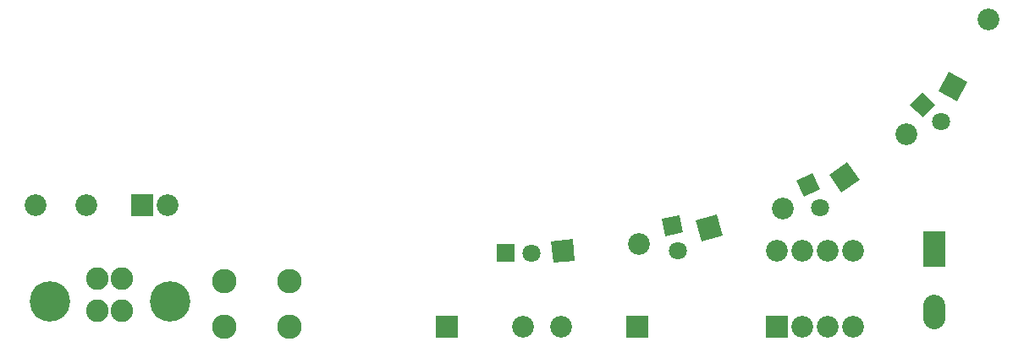
<source format=gbs>
G04 start of page 2 for group 11 layer_idx 11 *
G04 Title: (unknown), bottom_mask *
G04 Creator: pcb-rnd 3.1.4-dev *
G04 CreationDate: 2024-01-01 06:15:13 UTC *
G04 For: STEM4ukraine *
G04 Format: Gerber/RS-274X *
G04 PCB-Dimensions: 393701 393701 *
G04 PCB-Coordinate-Origin: lower left *
%MOIN*%
%FSLAX25Y25*%
%LNBOTTOM_MASK_NONE_11*%
%ADD75C,0.0710*%
%ADD74C,0.0960*%
%ADD73C,0.0887*%
%ADD72C,0.1595*%
%ADD71C,0.0860*%
%ADD70C,0.0001*%
G54D70*G36*
X57300Y63001D02*Y54401D01*
X48700D01*
Y63001D01*
X57300D01*
G37*
G54D71*X63000Y58701D03*
G54D72*X16598Y20701D03*
G54D73*X35378Y29559D03*
Y16961D03*
G54D71*X31000Y58701D03*
X11000D03*
G54D72*X64000Y20701D03*
G54D73*X45220Y16961D03*
Y29559D03*
G54D70*G36*
X192749Y43314D02*X199849D01*
Y36214D01*
X192749D01*
Y43314D01*
G37*
G36*
X168700Y15001D02*X177300D01*
Y6401D01*
X168700D01*
Y15001D01*
G37*
G54D71*X203000Y10701D03*
X218000D03*
G54D74*X85409Y28701D03*
X111000D03*
X85409Y10701D03*
X111000D03*
G54D75*X206299Y39764D03*
G54D70*G36*
X214239Y44460D02*X222807Y45210D01*
X223556Y36642D01*
X214989Y35893D01*
X214239Y44460D01*
G37*
G36*
X264687Y54771D02*X266163Y47826D01*
X259218Y46350D01*
X257742Y53294D01*
X264687Y54771D01*
G37*
G36*
X271112Y52647D02*X279419Y54873D01*
X281644Y46566D01*
X273337Y44340D01*
X271112Y52647D01*
G37*
G54D75*X264032Y40779D03*
G54D71*X248783Y43166D03*
G54D70*G36*
X252300Y6401D02*X243700D01*
Y15001D01*
X252300D01*
Y6401D01*
G37*
G36*
X316998Y71434D02*X320221Y65108D01*
X313895Y61885D01*
X310672Y68211D01*
X316998Y71434D01*
G37*
G54D75*X319986Y57750D03*
G54D71*X305356Y57371D03*
X303000Y40701D03*
X313000D03*
X323000D03*
X333000D03*
G54D70*G36*
X360341Y103309D02*X365534Y98467D01*
X360692Y93274D01*
X355499Y98117D01*
X360341Y103309D01*
G37*
G54D75*X367830Y91472D03*
G54D70*G36*
X323636Y70603D02*X330680Y75536D01*
X335613Y68491D01*
X328568Y63558D01*
X323636Y70603D01*
G37*
G54D71*X354199Y86754D03*
G54D70*G36*
X366626Y103734D02*X370663Y111327D01*
X378256Y107290D01*
X374219Y99696D01*
X366626Y103734D01*
G37*
G54D71*X386525Y132000D03*
X365000Y19016D02*Y13858D01*
G54D70*G36*
X298700Y6401D02*Y15001D01*
X307300D01*
Y6401D01*
X298700D01*
G37*
G54D71*X313000Y10701D03*
X323000D03*
X333000D03*
G54D70*G36*
X369300Y48158D02*Y34358D01*
X360700D01*
Y48158D01*
X369300D01*
G37*
M02*

</source>
